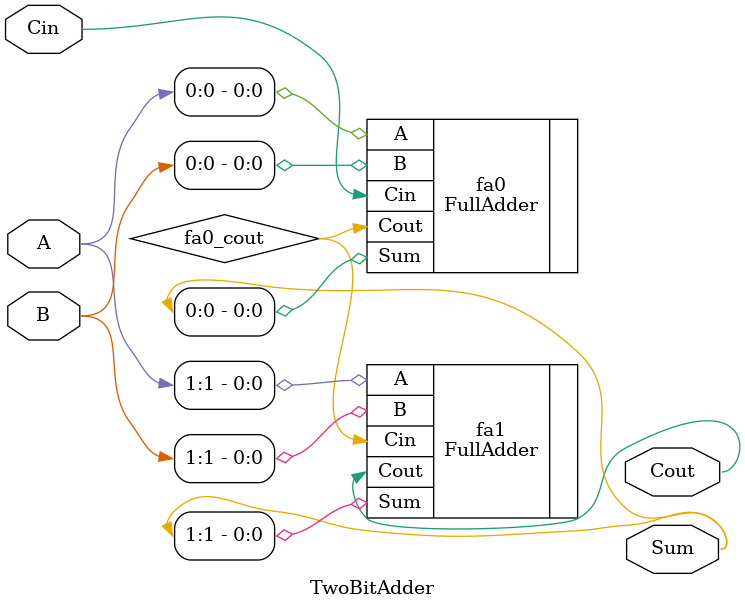
<source format=sv>
`timescale 1ns / 1ps


module TwoBitAdder (
  input logic [1:0] A, B,
  input logic Cin,
  output logic [1:0] Sum,
  output logic Cout
);
  // Instantiate the structural FullAdder modules
  FullAdder fa0 (.A(A[0]), .B(B[0]), .Cin(Cin), .Sum(Sum[0]), .Cout(fa0_cout));
  FullAdder fa1 (.A(A[1]), .B(B[1]), .Cin(fa0_cout), .Sum(Sum[1]), .Cout(Cout));

  // Internal signals
  logic fa0_cout;

endmodule

</source>
